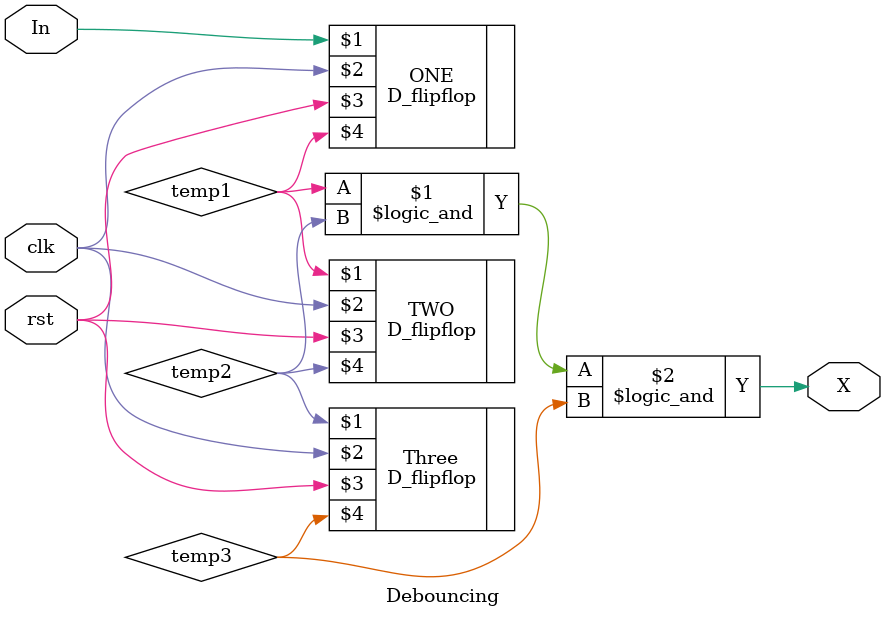
<source format=v>
`timescale 1ns / 1ps
module Debouncing(
    input In,
    input clk,
	 input rst,
    output X
    );
	 
	 wire temp1,temp2,temp3;
D_flipflop ONE(In,clk,rst,temp1),
			  TWO(temp1,clk,rst,temp2),
			  Three(temp2,clk,rst,temp3);
assign X= temp1 && temp2 && temp3 ;

endmodule

</source>
